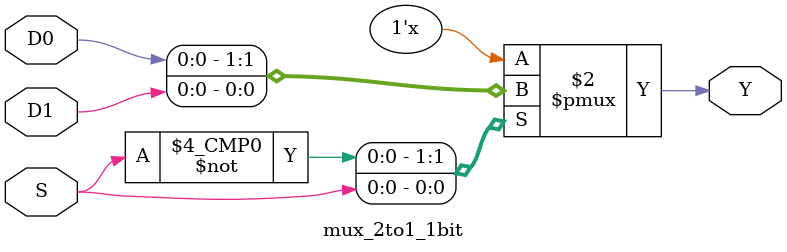
<source format=v>

module mux_2to1_1bit (output reg Y, input S,
		 input D0, input D1);

always @ (S,D0,D1)

case (S)

1'b0:   Y = D0;
1'b1:   Y = D1;

endcase

endmodule

</source>
